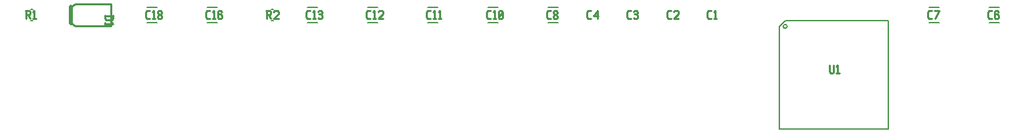
<source format=gbr>
G04 start of page 4 for group -4079 idx -4079 *
G04 Title: (unknown), topsilk *
G04 Creator: pcb 20110918 *
G04 CreationDate: Thu Oct  4 18:59:29 2012 UTC *
G04 For: fosse *
G04 Format: Gerber/RS-274X *
G04 PCB-Dimensions: 600000 500000 *
G04 PCB-Coordinate-Origin: lower left *
%MOIN*%
%FSLAX25Y25*%
%LNTOPSILK*%
%ADD21C,0.0100*%
%ADD20C,0.0200*%
%ADD19C,0.0080*%
G54D19*X217638Y483740D02*X222362D01*
X217638Y476260D02*X222362D01*
X247638Y483740D02*X252362D01*
X247638Y476260D02*X252362D01*
X277638Y483740D02*X282362D01*
X277638Y476260D02*X282362D01*
X395741Y477159D02*X447159D01*
Y422841D01*
X392841D01*
Y474259D01*
X395741Y477159D01*
X394741Y474259D02*G75*G03X394741Y474259I1000J0D01*G01*
X467638Y483740D02*X472362D01*
X467638Y476260D02*X472362D01*
X497638Y483740D02*X502362D01*
X497638Y476260D02*X502362D01*
X19607Y482755D02*X20393D01*
X19607Y477245D02*X20393D01*
G54D20*X39400Y484300D02*Y475700D01*
G54D21*X42000Y474500D01*
X59600D01*
Y485500D01*
X42000D01*
X39400Y484300D01*
G54D19*X77638Y483740D02*X82362D01*
X77638Y476260D02*X82362D01*
X107638Y483740D02*X112362D01*
X107638Y476260D02*X112362D01*
X139607Y482755D02*X140393D01*
X139607Y477245D02*X140393D01*
X157638Y483740D02*X162362D01*
X157638Y476260D02*X162362D01*
X187638Y483740D02*X192362D01*
X187638Y476260D02*X192362D01*
G54D21*X56600Y479500D02*X60600D01*
Y478200D02*X59900Y477500D01*
X57300D02*X59900D01*
X56600Y478200D02*X57300Y477500D01*
X56600Y480000D02*Y478200D01*
X60600Y480000D02*Y478200D01*
X59800Y476300D02*X60600Y475500D01*
X56600D02*X60600D01*
X56600Y476300D02*Y474800D01*
X77550Y478150D02*X78850D01*
X76850Y478850D02*X77550Y478150D01*
X76850Y481450D02*Y478850D01*
Y481450D02*X77550Y482150D01*
X78850D01*
X80050Y481350D02*X80850Y482150D01*
Y478150D01*
X80050D02*X81550D01*
X82750Y478650D02*X83250Y478150D01*
X82750Y479450D02*Y478650D01*
Y479450D02*X83450Y480150D01*
X84050D01*
X84750Y479450D01*
Y478650D01*
X84250Y478150D02*X84750Y478650D01*
X83250Y478150D02*X84250D01*
X82750Y480850D02*X83450Y480150D01*
X82750Y481650D02*Y480850D01*
Y481650D02*X83250Y482150D01*
X84250D01*
X84750Y481650D01*
Y480850D01*
X84050Y480150D02*X84750Y480850D01*
X107550Y478150D02*X108850D01*
X106850Y478850D02*X107550Y478150D01*
X106850Y481450D02*Y478850D01*
Y481450D02*X107550Y482150D01*
X108850D01*
X110050Y481350D02*X110850Y482150D01*
Y478150D01*
X110050D02*X111550D01*
X114250Y482150D02*X114750Y481650D01*
X113250Y482150D02*X114250D01*
X112750Y481650D02*X113250Y482150D01*
X112750Y481650D02*Y478650D01*
X113250Y478150D01*
X114250Y480350D02*X114750Y479850D01*
X112750Y480350D02*X114250D01*
X113250Y478150D02*X114250D01*
X114750Y478650D01*
Y479850D02*Y478650D01*
X136850Y482150D02*X138850D01*
X139350Y481650D01*
Y480650D01*
X138850Y480150D02*X139350Y480650D01*
X137350Y480150D02*X138850D01*
X137350Y482150D02*Y478150D01*
X138150Y480150D02*X139350Y478150D01*
X140550Y481650D02*X141050Y482150D01*
X142550D01*
X143050Y481650D01*
Y480650D01*
X140550Y478150D02*X143050Y480650D01*
X140550Y478150D02*X143050D01*
X157550D02*X158850D01*
X156850Y478850D02*X157550Y478150D01*
X156850Y481450D02*Y478850D01*
Y481450D02*X157550Y482150D01*
X158850D01*
X160050Y481350D02*X160850Y482150D01*
Y478150D01*
X160050D02*X161550D01*
X162750Y481650D02*X163250Y482150D01*
X164250D01*
X164750Y481650D01*
X164250Y478150D02*X164750Y478650D01*
X163250Y478150D02*X164250D01*
X162750Y478650D02*X163250Y478150D01*
Y480350D02*X164250D01*
X164750Y481650D02*Y480850D01*
Y479850D02*Y478650D01*
Y479850D02*X164250Y480350D01*
X164750Y480850D02*X164250Y480350D01*
X187550Y478150D02*X188850D01*
X186850Y478850D02*X187550Y478150D01*
X186850Y481450D02*Y478850D01*
Y481450D02*X187550Y482150D01*
X188850D01*
X190050Y481350D02*X190850Y482150D01*
Y478150D01*
X190050D02*X191550D01*
X192750Y481650D02*X193250Y482150D01*
X194750D01*
X195250Y481650D01*
Y480650D01*
X192750Y478150D02*X195250Y480650D01*
X192750Y478150D02*X195250D01*
X217550D02*X218850D01*
X216850Y478850D02*X217550Y478150D01*
X216850Y481450D02*Y478850D01*
Y481450D02*X217550Y482150D01*
X218850D01*
X220050Y481350D02*X220850Y482150D01*
Y478150D01*
X220050D02*X221550D01*
X222750Y481350D02*X223550Y482150D01*
Y478150D01*
X222750D02*X224250D01*
X247550D02*X248850D01*
X246850Y478850D02*X247550Y478150D01*
X246850Y481450D02*Y478850D01*
Y481450D02*X247550Y482150D01*
X248850D01*
X250050Y481350D02*X250850Y482150D01*
Y478150D01*
X250050D02*X251550D01*
X252750Y478650D02*X253250Y478150D01*
X252750Y481650D02*Y478650D01*
Y481650D02*X253250Y482150D01*
X254250D01*
X254750Y481650D01*
Y478650D01*
X254250Y478150D02*X254750Y478650D01*
X253250Y478150D02*X254250D01*
X252750Y479150D02*X254750Y481150D01*
X277550Y478150D02*X278850D01*
X276850Y478850D02*X277550Y478150D01*
X276850Y481450D02*Y478850D01*
Y481450D02*X277550Y482150D01*
X278850D01*
X280050Y478650D02*X280550Y478150D01*
X280050Y479450D02*Y478650D01*
Y479450D02*X280750Y480150D01*
X281350D01*
X282050Y479450D01*
Y478650D01*
X281550Y478150D02*X282050Y478650D01*
X280550Y478150D02*X281550D01*
X280050Y480850D02*X280750Y480150D01*
X280050Y481650D02*Y480850D01*
Y481650D02*X280550Y482150D01*
X281550D01*
X282050Y481650D01*
Y480850D01*
X281350Y480150D02*X282050Y480850D01*
X297550Y478150D02*X298850D01*
X296850Y478850D02*X297550Y478150D01*
X296850Y481450D02*Y478850D01*
Y481450D02*X297550Y482150D01*
X298850D01*
X300050Y479650D02*X302050Y482150D01*
X300050Y479650D02*X302550D01*
X302050Y482150D02*Y478150D01*
X467550D02*X468850D01*
X466850Y478850D02*X467550Y478150D01*
X466850Y481450D02*Y478850D01*
Y481450D02*X467550Y482150D01*
X468850D01*
X470550Y478150D02*X472550Y482150D01*
X470050D02*X472550D01*
X497550Y478150D02*X498850D01*
X496850Y478850D02*X497550Y478150D01*
X496850Y481450D02*Y478850D01*
Y481450D02*X497550Y482150D01*
X498850D01*
X501550D02*X502050Y481650D01*
X500550Y482150D02*X501550D01*
X500050Y481650D02*X500550Y482150D01*
X500050Y481650D02*Y478650D01*
X500550Y478150D01*
X501550Y480350D02*X502050Y479850D01*
X500050Y480350D02*X501550D01*
X500550Y478150D02*X501550D01*
X502050Y478650D01*
Y479850D02*Y478650D01*
X317550Y478150D02*X318850D01*
X316850Y478850D02*X317550Y478150D01*
X316850Y481450D02*Y478850D01*
Y481450D02*X317550Y482150D01*
X318850D01*
X320050Y481650D02*X320550Y482150D01*
X321550D01*
X322050Y481650D01*
X321550Y478150D02*X322050Y478650D01*
X320550Y478150D02*X321550D01*
X320050Y478650D02*X320550Y478150D01*
Y480350D02*X321550D01*
X322050Y481650D02*Y480850D01*
Y479850D02*Y478650D01*
Y479850D02*X321550Y480350D01*
X322050Y480850D02*X321550Y480350D01*
X337550Y478150D02*X338850D01*
X336850Y478850D02*X337550Y478150D01*
X336850Y481450D02*Y478850D01*
Y481450D02*X337550Y482150D01*
X338850D01*
X340050Y481650D02*X340550Y482150D01*
X342050D01*
X342550Y481650D01*
Y480650D01*
X340050Y478150D02*X342550Y480650D01*
X340050Y478150D02*X342550D01*
X357550D02*X358850D01*
X356850Y478850D02*X357550Y478150D01*
X356850Y481450D02*Y478850D01*
Y481450D02*X357550Y482150D01*
X358850D01*
X360050Y481350D02*X360850Y482150D01*
Y478150D01*
X360050D02*X361550D01*
X418000Y455000D02*Y451500D01*
X418500Y451000D01*
X419500D01*
X420000Y451500D01*
Y455000D02*Y451500D01*
X421200Y454200D02*X422000Y455000D01*
Y451000D01*
X421200D02*X422700D01*
X16850Y482150D02*X18850D01*
X19350Y481650D01*
Y480650D01*
X18850Y480150D02*X19350Y480650D01*
X17350Y480150D02*X18850D01*
X17350Y482150D02*Y478150D01*
X18150Y480150D02*X19350Y478150D01*
X20550Y481350D02*X21350Y482150D01*
Y478150D01*
X20550D02*X22050D01*
M02*

</source>
